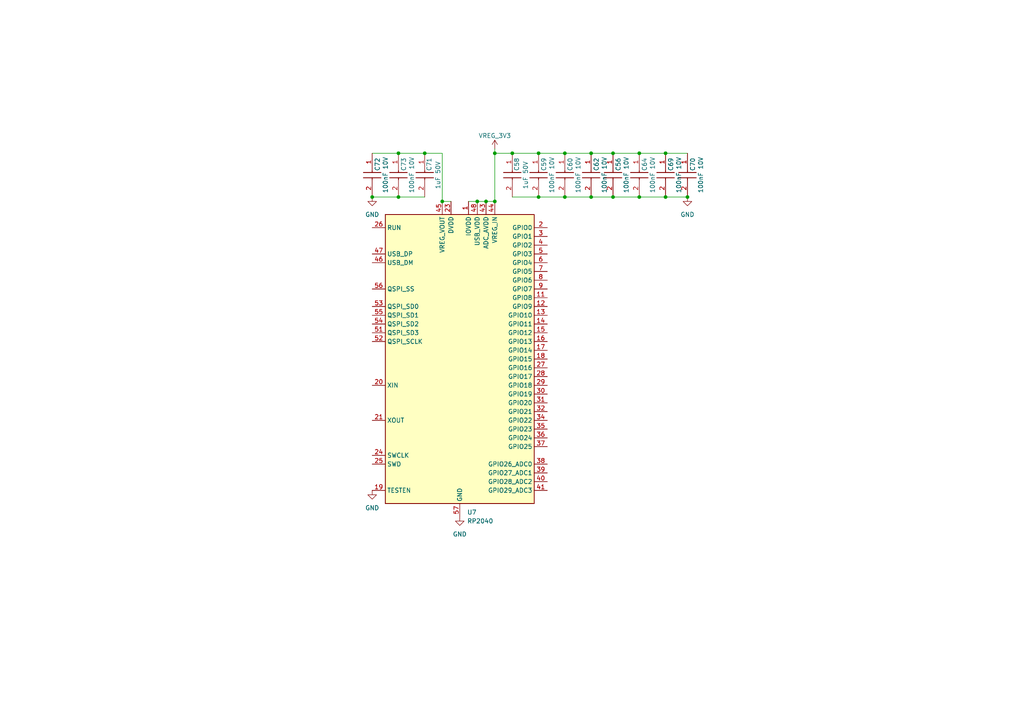
<source format=kicad_sch>
(kicad_sch (version 20250114) (generator "eeschema") (generator_version "9.0")
  (paper "A4")
  (title_block (title "MCU") (date "2025-10-08") (rev "v1.0") (company "Author: Mehmet Cihangir") (comment 1 "CamTracker"))
  (lib_symbols
    (symbol "CamTracker:GRM155R61H105KE05D" (pin_names (hide yes))
      (property "Reference" "C" (at -0.762 4.572 0))
      (property "Value" "1uF 50V" (at -4.064 -2.794 0))
      (symbol "GRM155R61H105KE05D_1_1"
        (polyline (pts (xy -1.27 0) (xy -0.762 0)) (stroke (width 0.254)))
        (polyline (pts (xy -0.762 2.54) (xy -0.762 -2.54)) (stroke (width 0.254)))
        (polyline (pts (xy 0.762 2.54) (xy 0.762 -2.54)) (stroke (width 0.254)))
        (polyline (pts (xy 0.762 0) (xy 1.27 0)) (stroke (width 0.254)))
        (pin passive line (at -6.35 0 0) (length 5.08) (name "1") (number "1"))
        (pin passive line (at 6.35 0 180) (length 5.08) (name "2") (number "2"))
      )
    )
    (symbol "CamTracker:GRM155R71A104KA01D" (pin_names (hide yes))
      (property "Reference" "C" (at -1.016 4.318 0))
      (property "Value" "100nF 10V" (at -4.826 -3.048 0))
      (symbol "GRM155R71A104KA01D_1_1"
        (polyline (pts (xy -1.27 0) (xy -0.762 0)) (stroke (width 0.254)))
        (polyline (pts (xy -0.762 2.54) (xy -0.762 -2.54)) (stroke (width 0.254)))
        (polyline (pts (xy 0.762 2.54) (xy 0.762 -2.54)) (stroke (width 0.254)))
        (polyline (pts (xy 0.762 0) (xy 1.27 0)) (stroke (width 0.254)))
        (pin passive line (at -6.35 0 0) (length 5.08) (name "1") (number "1"))
        (pin passive line (at 6.35 0 180) (length 5.08) (name "2") (number "2"))
      )
    )
    (symbol "CamTracker:RP2040"
      (property "Reference" "U" (at 17.78 45.72 0))
      (property "Value" "RP2040" (at 17.78 43.18 0))
      (symbol "RP2040_0_1"
        (rectangle (start -21.59 41.91) (end 21.59 -41.91) (stroke (width 0.254)) (fill (type background)))
      )
      (symbol "RP2040_1_1"
        (pin input line (at -25.4 38.1 0) (length 3.81) (name "RUN") (number "26"))
        (pin bidirectional line (at -25.4 30.48 0) (length 3.81) (name "USB_DP") (number "47"))
        (pin bidirectional line (at -25.4 27.94 0) (length 3.81) (name "USB_DM") (number "46"))
        (pin bidirectional line (at -25.4 20.32 0) (length 3.81) (name "QSPI_SS") (number "56"))
        (pin bidirectional line (at -25.4 15.24 0) (length 3.81) (name "QSPI_SD0") (number "53"))
        (pin bidirectional line (at -25.4 12.7 0) (length 3.81) (name "QSPI_SD1") (number "55"))
        (pin bidirectional line (at -25.4 10.16 0) (length 3.81) (name "QSPI_SD2") (number "54"))
        (pin bidirectional line (at -25.4 7.62 0) (length 3.81) (name "QSPI_SD3") (number "51"))
        (pin output line (at -25.4 5.08 0) (length 3.81) (name "QSPI_SCLK") (number "52"))
        (pin input line (at -25.4 -7.62 0) (length 3.81) (name "XIN") (number "20"))
        (pin passive line (at -25.4 -17.78 0) (length 3.81) (name "XOUT") (number "21"))
        (pin input line (at -25.4 -27.94 0) (length 3.81) (name "SWCLK") (number "24"))
        (pin bidirectional line (at -25.4 -30.48 0) (length 3.81) (name "SWD") (number "25"))
        (pin input line (at -25.4 -38.1 0) (length 3.81) (name "TESTEN") (number "19"))
        (pin power_out line (at -5.08 45.72 270) (length 3.81) (name "VREG_VOUT") (number "45"))
        (pin power_in line (at -2.54 45.72 270) (length 3.81) (name "DVDD") (number "23"))
        (pin passive line (at -2.54 45.72 270) (length 3.81) (hide yes) (name "DVDD") (number "50"))
        (pin power_in line (at 0 -45.72 90) (length 3.81) (name "GND") (number "57"))
        (pin power_in line (at 2.54 45.72 270) (length 3.81) (name "IOVDD") (number "1"))
        (pin passive line (at 2.54 45.72 270) (length 3.81) (hide yes) (name "IOVDD") (number "10"))
        (pin passive line (at 2.54 45.72 270) (length 3.81) (hide yes) (name "IOVDD") (number "22"))
        (pin passive line (at 2.54 45.72 270) (length 3.81) (hide yes) (name "IOVDD") (number "33"))
        (pin passive line (at 2.54 45.72 270) (length 3.81) (hide yes) (name "IOVDD") (number "42"))
        (pin passive line (at 2.54 45.72 270) (length 3.81) (hide yes) (name "IOVDD") (number "49"))
        (pin power_in line (at 5.08 45.72 270) (length 3.81) (name "USB_VDD") (number "48"))
        (pin power_in line (at 7.62 45.72 270) (length 3.81) (name "ADC_AVDD") (number "43"))
        (pin power_in line (at 10.16 45.72 270) (length 3.81) (name "VREG_IN") (number "44"))
        (pin bidirectional line (at 25.4 38.1 180) (length 3.81) (name "GPIO0") (number "2"))
        (pin bidirectional line (at 25.4 35.56 180) (length 3.81) (name "GPIO1") (number "3"))
        (pin bidirectional line (at 25.4 33.02 180) (length 3.81) (name "GPIO2") (number "4"))
        (pin bidirectional line (at 25.4 30.48 180) (length 3.81) (name "GPIO3") (number "5"))
        (pin bidirectional line (at 25.4 27.94 180) (length 3.81) (name "GPIO4") (number "6"))
        (pin bidirectional line (at 25.4 25.4 180) (length 3.81) (name "GPIO5") (number "7"))
        (pin bidirectional line (at 25.4 22.86 180) (length 3.81) (name "GPIO6") (number "8"))
        (pin bidirectional line (at 25.4 20.32 180) (length 3.81) (name "GPIO7") (number "9"))
        (pin bidirectional line (at 25.4 17.78 180) (length 3.81) (name "GPIO8") (number "11"))
        (pin bidirectional line (at 25.4 15.24 180) (length 3.81) (name "GPIO9") (number "12"))
        (pin bidirectional line (at 25.4 12.7 180) (length 3.81) (name "GPIO10") (number "13"))
        (pin bidirectional line (at 25.4 10.16 180) (length 3.81) (name "GPIO11") (number "14"))
        (pin bidirectional line (at 25.4 7.62 180) (length 3.81) (name "GPIO12") (number "15"))
        (pin bidirectional line (at 25.4 5.08 180) (length 3.81) (name "GPIO13") (number "16"))
        (pin bidirectional line (at 25.4 2.54 180) (length 3.81) (name "GPIO14") (number "17"))
        (pin bidirectional line (at 25.4 0 180) (length 3.81) (name "GPIO15") (number "18"))
        (pin bidirectional line (at 25.4 -2.54 180) (length 3.81) (name "GPIO16") (number "27"))
        (pin bidirectional line (at 25.4 -5.08 180) (length 3.81) (name "GPIO17") (number "28"))
        (pin bidirectional line (at 25.4 -7.62 180) (length 3.81) (name "GPIO18") (number "29"))
        (pin bidirectional line (at 25.4 -10.16 180) (length 3.81) (name "GPIO19") (number "30"))
        (pin bidirectional line (at 25.4 -12.7 180) (length 3.81) (name "GPIO20") (number "31"))
        (pin bidirectional line (at 25.4 -15.24 180) (length 3.81) (name "GPIO21") (number "32"))
        (pin bidirectional line (at 25.4 -17.78 180) (length 3.81) (name "GPIO22") (number "34"))
        (pin bidirectional line (at 25.4 -20.32 180) (length 3.81) (name "GPIO23") (number "35"))
        (pin bidirectional line (at 25.4 -22.86 180) (length 3.81) (name "GPIO24") (number "36"))
        (pin bidirectional line (at 25.4 -25.4 180) (length 3.81) (name "GPIO25") (number "37"))
        (pin bidirectional line (at 25.4 -30.48 180) (length 3.81) (name "GPIO26_ADC0") (number "38"))
        (pin bidirectional line (at 25.4 -33.02 180) (length 3.81) (name "GPIO27_ADC1") (number "39"))
        (pin bidirectional line (at 25.4 -35.56 180) (length 3.81) (name "GPIO28_ADC2") (number "40"))
        (pin bidirectional line (at 25.4 -38.1 180) (length 3.81) (name "GPIO29_ADC3") (number "41"))
      )
    )
    (symbol "power:GND" (power) (pin_numbers (hide yes)) (pin_names (offset 0) (hide yes))
      (property "Value" "GND" (at 0 -3.81 0))
      (symbol "GND_0_1"
        (polyline (pts (xy 0 0) (xy 0 -1.27) (xy 1.27 -1.27) (xy 0 -2.54) (xy -1.27 -1.27) (xy 0 -1.27)))
      )
      (symbol "GND_1_1"
        (pin power_in line (at 0 0 270) (length 0) (name "~") (number "1"))
      )
    )
    (symbol "power:VDD" (power) (pin_numbers (hide yes)) (pin_names (offset 0) (hide yes))
      (property "Value" "VDD" (at 0 3.556 0))
      (symbol "VDD_0_1"
        (polyline (pts (xy -0.762 1.27) (xy 0 2.54)))
        (polyline (pts (xy 0 2.54) (xy 0.762 1.27)))
        (polyline (pts (xy 0 0) (xy 0 2.54)))
      )
      (symbol "VDD_1_1"
        (pin power_in line (at 0 0 90) (length 0) (name "~") (number "1"))
      )
    )
  )
  (junction (at 193.04 44.45))
  (junction (at 140.97 58.42))
  (junction (at 177.8 44.45))
  (junction (at 107.95 57.15))
  (junction (at 185.42 44.45))
  (junction (at 177.8 57.15))
  (junction (at 163.83 44.45))
  (junction (at 171.45 57.15))
  (junction (at 148.59 44.45))
  (junction (at 123.19 44.45))
  (junction (at 115.57 57.15))
  (junction (at 115.57 44.45))
  (junction (at 138.43 58.42))
  (junction (at 193.04 57.15))
  (junction (at 199.39 57.15))
  (junction (at 156.21 44.45))
  (junction (at 156.21 57.15))
  (junction (at 143.51 44.45))
  (junction (at 171.45 44.45))
  (junction (at 128.27 58.42))
  (junction (at 185.42 57.15))
  (junction (at 143.51 58.42))
  (junction (at 163.83 57.15))
  (wire (pts (xy 143.51 44.45) (xy 148.59 44.45)))
  (wire (pts (xy 171.45 44.45) (xy 177.8 44.45)))
  (wire (pts (xy 163.83 57.15) (xy 171.45 57.15)))
  (wire (pts (xy 156.21 44.45) (xy 163.83 44.45)))
  (wire (pts (xy 148.59 44.45) (xy 156.21 44.45)))
  (wire (pts (xy 107.95 57.15) (xy 115.57 57.15)))
  (wire (pts (xy 156.21 57.15) (xy 163.83 57.15)))
  (wire (pts (xy 123.19 44.45) (xy 128.27 44.45)))
  (wire (pts (xy 143.51 44.45) (xy 143.51 58.42)))
  (wire (pts (xy 115.57 44.45) (xy 123.19 44.45)))
  (wire (pts (xy 143.51 43.18) (xy 143.51 44.45)))
  (wire (pts (xy 135.89 58.42) (xy 138.43 58.42)))
  (wire (pts (xy 115.57 57.15) (xy 123.19 57.15)))
  (wire (pts (xy 177.8 57.15) (xy 185.42 57.15)))
  (wire (pts (xy 193.04 44.45) (xy 199.39 44.45)))
  (wire (pts (xy 193.04 57.15) (xy 199.39 57.15)))
  (wire (pts (xy 107.95 44.45) (xy 115.57 44.45)))
  (wire (pts (xy 177.8 44.45) (xy 185.42 44.45)))
  (wire (pts (xy 138.43 58.42) (xy 140.97 58.42)))
  (wire (pts (xy 148.59 57.15) (xy 156.21 57.15)))
  (wire (pts (xy 171.45 57.15) (xy 177.8 57.15)))
  (wire (pts (xy 128.27 44.45) (xy 128.27 58.42)))
  (wire (pts (xy 185.42 57.15) (xy 193.04 57.15)))
  (wire (pts (xy 140.97 58.42) (xy 143.51 58.42)))
  (wire (pts (xy 185.42 44.45) (xy 193.04 44.45)))
  (wire (pts (xy 128.27 58.42) (xy 130.81 58.42)))
  (wire (pts (xy 163.83 44.45) (xy 171.45 44.45)))
  (symbol (lib_id "CamTracker:GRM155R61H105KE05D") (at 148.59 50.8 270) (unit 1)
    (property "Reference" "C58" (at 149.86 45.72 0) (effects (justify left)))
    (property "Value" "1uF 50V" (at 153.162 46.736 0) (effects (justify left top)))
    (property "Footprint" "CamTracker:CAPC1005X55N" (effects (hide yes)))
    (property "Datasheet" "https://search.murata.co.jp/Ceramy/image/img/A01X/G101/ENG/GRM155R61H105KE05-01A.pdf" (effects (hide yes)))
    (property "Description" "Capacitor 1uF, 50V, X5R, 0402" (effects (hide yes)))
    (property "Manufacturer" "Murata Electronics" (effects (hide yes)))
    (property "Part Number" "GRM155R61H105KE05D" (effects (hide yes)))
  )
  (symbol (lib_id "CamTracker:GRM155R71A104KA01D") (at 115.57 50.8 270) (unit 1)
    (property "Reference" "C73" (at 117.094 45.72 0) (effects (justify left)))
    (property "Value" "100nF 10V" (at 120.142 45.466 0) (effects (justify left top)))
    (property "Footprint" "CamTracker:CAPC1005X55N" (effects (hide yes)))
    (property "Datasheet" "http://www.murata.com/~/media/webrenewal/support/library/catalog/products/capacitor/mlcc/c02e.pdf" (effects (hide yes)))
    (property "Description" "Capacitor 100nF, 10V, X7R, 0402" (effects (hide yes)))
    (property "Manufacturer" "Murata Electronics" (effects (hide yes)))
    (property "Part Number" "GRM155R71A104KA01D" (effects (hide yes)))
  )
  (symbol (lib_id "power:GND") (at 199.39 57.15 0) (unit 1)
    (property "Reference" "#PWR094" (effects (hide yes)))
    (property "Value" "GND" (at 199.39 62.23 0))
    (property "Description" "Power symbol creates a global label with name \"GND\" , ground" (effects (hide yes)))
  )
  (symbol (lib_id "CamTracker:RP2040") (at 133.35 104.14 0) (unit 1)
    (property "Reference" "U7" (at 135.4933 148.59 0) (effects (justify left)))
    (property "Value" "RP2040" (at 135.4933 151.13 0) (effects (justify left)))
    (property "Footprint" "QFN40P700X700X90-57N-D" (effects (hide yes)))
    (property "Description" "MCU ARM Microcontrollers - RP2040 (RP2B2)" (effects (hide yes)))
    (property "Manufacturer" "RASPBERRY-PI" (effects (hide yes)))
    (property "Part Number" "SC0914(7)" (effects (hide yes)))
  )
  (symbol (lib_id "power:GND") (at 133.35 149.86 0) (unit 1)
    (property "Reference" "#PWR095" (effects (hide yes)))
    (property "Value" "GND" (at 133.35 154.94 0))
    (property "Description" "Power symbol creates a global label with name \"GND\" , ground" (effects (hide yes)))
  )
  (symbol (lib_id "CamTracker:GRM155R61H105KE05D") (at 123.19 50.8 270) (unit 1)
    (property "Reference" "C71" (at 124.46 45.72 0) (effects (justify left)))
    (property "Value" "1uF 50V" (at 127.762 46.736 0) (effects (justify left top)))
    (property "Footprint" "CamTracker:CAPC1005X55N" (effects (hide yes)))
    (property "Datasheet" "https://search.murata.co.jp/Ceramy/image/img/A01X/G101/ENG/GRM155R61H105KE05-01A.pdf" (effects (hide yes)))
    (property "Description" "Capacitor 1uF, 50V, X5R, 0402" (effects (hide yes)))
    (property "Manufacturer" "Murata Electronics" (effects (hide yes)))
    (property "Part Number" "GRM155R61H105KE05D" (effects (hide yes)))
  )
  (symbol (lib_id "CamTracker:GRM155R71A104KA01D") (at 156.21 50.8 270) (unit 1)
    (property "Reference" "C59" (at 157.734 45.72 0) (effects (justify left)))
    (property "Value" "100nF 10V" (at 160.782 45.466 0) (effects (justify left top)))
    (property "Footprint" "CamTracker:CAPC1005X55N" (effects (hide yes)))
    (property "Datasheet" "http://www.murata.com/~/media/webrenewal/support/library/catalog/products/capacitor/mlcc/c02e.pdf" (effects (hide yes)))
    (property "Description" "Capacitor 100nF, 10V, X7R, 0402" (effects (hide yes)))
    (property "Manufacturer" "Murata Electronics" (effects (hide yes)))
    (property "Part Number" "GRM155R71A104KA01D" (effects (hide yes)))
  )
  (symbol (lib_id "CamTracker:GRM155R71A104KA01D") (at 163.83 50.8 270) (unit 1)
    (property "Reference" "C60" (at 165.354 45.72 0) (effects (justify left)))
    (property "Value" "100nF 10V" (at 168.402 45.466 0) (effects (justify left top)))
    (property "Footprint" "CamTracker:CAPC1005X55N" (effects (hide yes)))
    (property "Datasheet" "http://www.murata.com/~/media/webrenewal/support/library/catalog/products/capacitor/mlcc/c02e.pdf" (effects (hide yes)))
    (property "Description" "Capacitor 100nF, 10V, X7R, 0402" (effects (hide yes)))
    (property "Manufacturer" "Murata Electronics" (effects (hide yes)))
    (property "Part Number" "GRM155R71A104KA01D" (effects (hide yes)))
  )
  (symbol (lib_id "power:VDD") (at 143.51 43.18 0) (unit 1)
    (property "Reference" "#PWR065" (effects (hide yes)))
    (property "Value" "VREG_3V3" (at 143.51 39.37 0))
    (property "Description" "Power symbol creates a global label with name \"VDD\"" (effects (hide yes)))
  )
  (symbol (lib_id "CamTracker:GRM155R71A104KA01D") (at 199.39 50.8 270) (unit 1)
    (property "Reference" "C70" (at 200.914 45.72 0) (effects (justify left)))
    (property "Value" "100nF 10V" (at 203.962 45.466 0) (effects (justify left top)))
    (property "Footprint" "CamTracker:CAPC1005X55N" (effects (hide yes)))
    (property "Datasheet" "http://www.murata.com/~/media/webrenewal/support/library/catalog/products/capacitor/mlcc/c02e.pdf" (effects (hide yes)))
    (property "Description" "Capacitor 100nF, 10V, X7R, 0402" (effects (hide yes)))
    (property "Manufacturer" "Murata Electronics" (effects (hide yes)))
    (property "Part Number" "GRM155R71A104KA01D" (effects (hide yes)))
  )
  (symbol (lib_id "CamTracker:GRM155R71A104KA01D") (at 185.42 50.8 270) (unit 1)
    (property "Reference" "C64" (at 186.944 45.72 0) (effects (justify left)))
    (property "Value" "100nF 10V" (at 189.992 45.466 0) (effects (justify left top)))
    (property "Footprint" "CamTracker:CAPC1005X55N" (effects (hide yes)))
    (property "Datasheet" "http://www.murata.com/~/media/webrenewal/support/library/catalog/products/capacitor/mlcc/c02e.pdf" (effects (hide yes)))
    (property "Description" "Capacitor 100nF, 10V, X7R, 0402" (effects (hide yes)))
    (property "Manufacturer" "Murata Electronics" (effects (hide yes)))
    (property "Part Number" "GRM155R71A104KA01D" (effects (hide yes)))
  )
  (symbol (lib_id "CamTracker:GRM155R71A104KA01D") (at 107.95 50.8 270) (unit 1)
    (property "Reference" "C72" (at 109.474 45.72 0) (effects (justify left)))
    (property "Value" "100nF 10V" (at 112.522 45.466 0) (effects (justify left top)))
    (property "Footprint" "CamTracker:CAPC1005X55N" (effects (hide yes)))
    (property "Datasheet" "http://www.murata.com/~/media/webrenewal/support/library/catalog/products/capacitor/mlcc/c02e.pdf" (effects (hide yes)))
    (property "Description" "Capacitor 100nF, 10V, X7R, 0402" (effects (hide yes)))
    (property "Manufacturer" "Murata Electronics" (effects (hide yes)))
    (property "Part Number" "GRM155R71A104KA01D" (effects (hide yes)))
  )
  (symbol (lib_id "power:GND") (at 107.95 57.15 0) (unit 1)
    (property "Reference" "#PWR049" (effects (hide yes)))
    (property "Value" "GND" (at 107.95 62.23 0))
    (property "Description" "Power symbol creates a global label with name \"GND\" , ground" (effects (hide yes)))
  )
  (symbol (lib_id "CamTracker:GRM155R71A104KA01D") (at 193.04 50.8 270) (unit 1)
    (property "Reference" "C69" (at 194.564 45.72 0) (effects (justify left)))
    (property "Value" "100nF 10V" (at 197.612 45.466 0) (effects (justify left top)))
    (property "Footprint" "CamTracker:CAPC1005X55N" (effects (hide yes)))
    (property "Datasheet" "http://www.murata.com/~/media/webrenewal/support/library/catalog/products/capacitor/mlcc/c02e.pdf" (effects (hide yes)))
    (property "Description" "Capacitor 100nF, 10V, X7R, 0402" (effects (hide yes)))
    (property "Manufacturer" "Murata Electronics" (effects (hide yes)))
    (property "Part Number" "GRM155R71A104KA01D" (effects (hide yes)))
  )
  (symbol (lib_id "CamTracker:GRM155R71A104KA01D") (at 171.45 50.8 270) (unit 1)
    (property "Reference" "C62" (at 172.974 45.72 0) (effects (justify left)))
    (property "Value" "100nF 10V" (at 176.022 45.466 0) (effects (justify left top)))
    (property "Footprint" "CamTracker:CAPC1005X55N" (effects (hide yes)))
    (property "Datasheet" "http://www.murata.com/~/media/webrenewal/support/library/catalog/products/capacitor/mlcc/c02e.pdf" (effects (hide yes)))
    (property "Description" "Capacitor 100nF, 10V, X7R, 0402" (effects (hide yes)))
    (property "Manufacturer" "Murata Electronics" (effects (hide yes)))
    (property "Part Number" "GRM155R71A104KA01D" (effects (hide yes)))
  )
  (symbol (lib_id "power:GND") (at 107.95 142.24 0) (unit 1)
    (property "Reference" "#PWR097" (effects (hide yes)))
    (property "Value" "GND" (at 107.95 147.32 0))
    (property "Description" "Power symbol creates a global label with name \"GND\" , ground" (effects (hide yes)))
  )
  (symbol (lib_id "CamTracker:GRM155R71A104KA01D") (at 177.8 50.8 270) (unit 1)
    (property "Reference" "C56" (at 179.324 45.72 0) (effects (justify left)))
    (property "Value" "100nF 10V" (at 182.372 45.466 0) (effects (justify left top)))
    (property "Footprint" "CamTracker:CAPC1005X55N" (effects (hide yes)))
    (property "Datasheet" "http://www.murata.com/~/media/webrenewal/support/library/catalog/products/capacitor/mlcc/c02e.pdf" (effects (hide yes)))
    (property "Description" "Capacitor 100nF, 10V, X7R, 0402" (effects (hide yes)))
    (property "Manufacturer" "Murata Electronics" (effects (hide yes)))
    (property "Part Number" "GRM155R71A104KA01D" (effects (hide yes)))
  )
)
</source>
